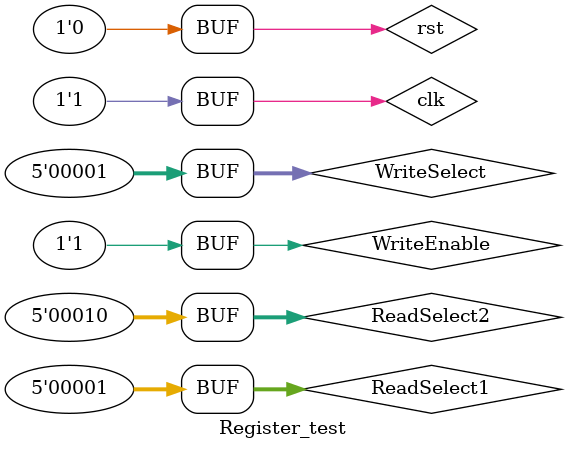
<source format=v>
`timescale 1ns / 1ps

module Register_test();
//input [$clog2(REGSIZE)-1:0] ReadSelect1, ReadSelect2, WriteSelect;
reg [31:0] WriteData;
reg [4:0] ReadSelect1, ReadSelect2, WriteSelect;
//input [BITSIZE-1:0] WriteData;
//input WriteEnable;
reg WriteEnable;
//output reg [BITSIZE-1:0] ReadData1, ReadData2;
//input clk, rst;
reg clk, rst;
wire [31:0] ReadData1, ReadData2;
Register_File uut(ReadSelect1, ReadSelect2, WriteSelect, WriteData, WriteEnable, ReadData1, ReadData2, clk, rst);
initial begin
ReadSelect2 = 5'd2;
rst = 1'b0;
clk = 1'b1;
WriteEnable = 1'b1; 

ReadSelect1 = 5'd1; //Register x1
WriteSelect = 5'd1; //Register x1 (destination register)
WriteData = 32'd5;
#200;
clk = 1'b0;
#200;
clk = 1'b1;
ReadSelect1 = 5'd1;
WriteSelect = 5'd1;
WriteData = 32'd6 + ReadData1;
#200;
clk = 1'b0;
#200;
clk = 1'b1;
ReadSelect1 = 5'd1;
WriteSelect = 5'd1;
WriteData = 32'd7 + ReadData1;
//x1 addi
//x2 addi
//x1+x2 = x3
end
endmodule

</source>
